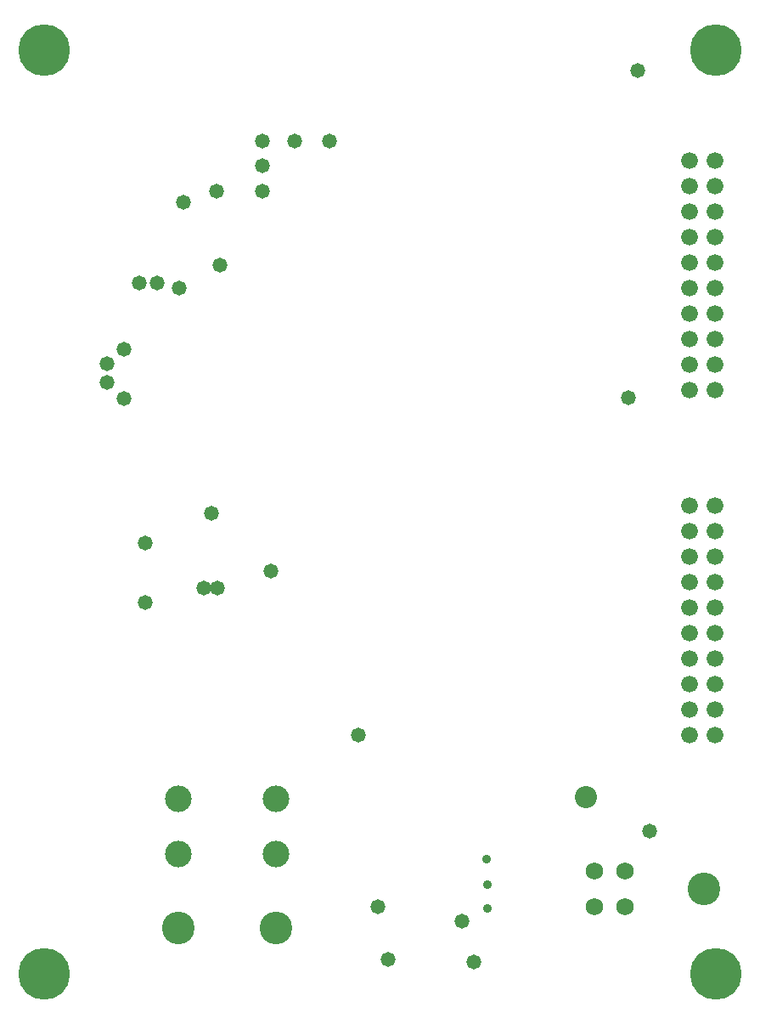
<source format=gbs>
G04*
G04 #@! TF.GenerationSoftware,Altium Limited,Altium Designer,18.1.11 (251)*
G04*
G04 Layer_Color=16711935*
%FSLAX25Y25*%
%MOIN*%
G70*
G01*
G75*
%ADD63C,0.20276*%
%ADD64C,0.06591*%
%ADD65C,0.10433*%
%ADD66C,0.12795*%
%ADD67C,0.06890*%
%ADD68C,0.05800*%
%ADD69C,0.03556*%
%ADD70C,0.08674*%
D63*
X377953Y15748D02*
D03*
X114173D02*
D03*
Y377953D02*
D03*
X377953D02*
D03*
D64*
X367764Y244606D02*
D03*
Y284606D02*
D03*
Y254606D02*
D03*
Y264606D02*
D03*
Y274606D02*
D03*
Y294606D02*
D03*
Y304606D02*
D03*
Y314606D02*
D03*
Y324606D02*
D03*
Y334606D02*
D03*
X377764D02*
D03*
Y324606D02*
D03*
Y314606D02*
D03*
Y304606D02*
D03*
Y284606D02*
D03*
Y294606D02*
D03*
Y274606D02*
D03*
Y254606D02*
D03*
Y264606D02*
D03*
Y244606D02*
D03*
X367764Y109528D02*
D03*
Y149528D02*
D03*
Y119528D02*
D03*
Y129528D02*
D03*
Y139528D02*
D03*
Y159528D02*
D03*
Y169528D02*
D03*
Y179528D02*
D03*
Y189528D02*
D03*
Y199528D02*
D03*
X377764D02*
D03*
Y189528D02*
D03*
Y179528D02*
D03*
Y169528D02*
D03*
Y149528D02*
D03*
Y159528D02*
D03*
Y139528D02*
D03*
Y119528D02*
D03*
Y129528D02*
D03*
Y109528D02*
D03*
D65*
X205118Y84260D02*
D03*
Y62606D02*
D03*
X166929Y84260D02*
D03*
Y62606D02*
D03*
D66*
X205118Y33866D02*
D03*
X166929D02*
D03*
X373243Y49047D02*
D03*
D67*
X330290Y42158D02*
D03*
Y55937D02*
D03*
X342101D02*
D03*
Y42158D02*
D03*
D68*
X347244Y370177D02*
D03*
X168996Y318406D02*
D03*
X183268Y293602D02*
D03*
X167323Y284646D02*
D03*
X158661Y286614D02*
D03*
X151575D02*
D03*
X249152Y21260D02*
D03*
X176772Y166929D02*
D03*
X153937Y161417D02*
D03*
X203154Y173622D02*
D03*
X352067Y71752D02*
D03*
X237500Y109528D02*
D03*
X138976Y247638D02*
D03*
Y255118D02*
D03*
X145669Y241339D02*
D03*
Y260630D02*
D03*
X199803Y332677D02*
D03*
X182087Y322835D02*
D03*
X199803Y342520D02*
D03*
X226378D02*
D03*
X212598D02*
D03*
X199803Y322835D02*
D03*
X179921Y196457D02*
D03*
X153937Y184646D02*
D03*
X182283Y166929D02*
D03*
X283005Y20472D02*
D03*
X245276Y42126D02*
D03*
X343701Y241732D02*
D03*
X278346Y36220D02*
D03*
D69*
X288418Y41339D02*
D03*
Y50787D02*
D03*
X288040Y60630D02*
D03*
D70*
X326772Y85039D02*
D03*
M02*

</source>
